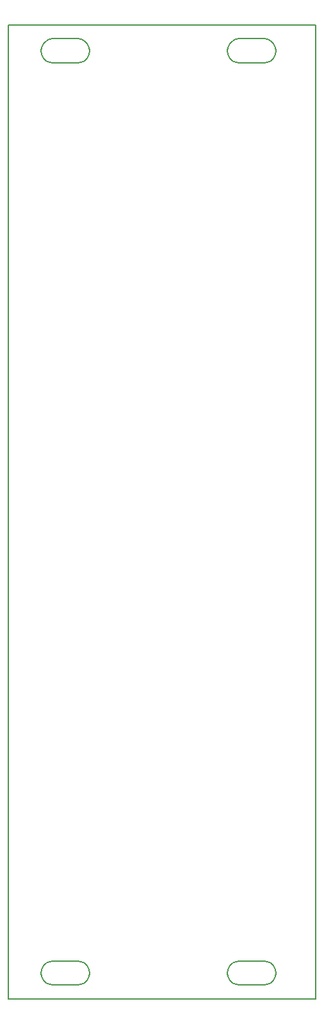
<source format=gbr>
G04 #@! TF.GenerationSoftware,KiCad,Pcbnew,5.0.2+dfsg1-1~bpo9+1*
G04 #@! TF.CreationDate,2019-11-20T21:54:31+01:00*
G04 #@! TF.ProjectId,eurobb,6575726f-6262-42e6-9b69-6361645f7063,rev?*
G04 #@! TF.SameCoordinates,Original*
G04 #@! TF.FileFunction,Profile,NP*
%FSLAX46Y46*%
G04 Gerber Fmt 4.6, Leading zero omitted, Abs format (unit mm)*
G04 Created by KiCad (PCBNEW 5.0.2+dfsg1-1~bpo9+1) date Wed 20 Nov 2019 09:54:31 PM CET*
%MOMM*%
%LPD*%
G01*
G04 APERTURE LIST*
%ADD10C,0.200000*%
G04 APERTURE END LIST*
D10*
X74865590Y-39921000D02*
X75360020Y-40000000D01*
X71665590Y-39921000D02*
X74865590Y-39921000D01*
X71171160Y-40000000D02*
X71665590Y-39921000D01*
X70725130Y-40227000D02*
X71171160Y-40000000D01*
X70371160Y-40581000D02*
X70725130Y-40227000D01*
X70143900Y-41027000D02*
X70371160Y-40581000D01*
X70065590Y-41522000D02*
X70143900Y-41027000D01*
X70143900Y-42016000D02*
X70065590Y-41522000D01*
X70371160Y-42462000D02*
X70143900Y-42016000D01*
X70725130Y-42816000D02*
X70371160Y-42462000D01*
X71171160Y-43043000D02*
X70725130Y-42816000D01*
X74865590Y-164796500D02*
X71665590Y-164796500D01*
X75360020Y-164718190D02*
X74865590Y-164796500D01*
X75806100Y-164490930D02*
X75360020Y-164718190D01*
X76160000Y-164136970D02*
X75806100Y-164490930D01*
X76387300Y-163690940D02*
X76160000Y-164136970D01*
X76465600Y-163196510D02*
X76387300Y-163690940D01*
X76387300Y-162702080D02*
X76465600Y-163196510D01*
X76160000Y-162256050D02*
X76387300Y-162702080D01*
X75806100Y-161902080D02*
X76160000Y-162256050D01*
X75360020Y-161674810D02*
X75806100Y-161902080D01*
X74865590Y-161596500D02*
X75360020Y-161674810D01*
X71665590Y-161596500D02*
X74865590Y-161596500D01*
X71171160Y-161674810D02*
X71665590Y-161596500D01*
X70725130Y-161902080D02*
X71171160Y-161674810D01*
X70371160Y-162256050D02*
X70725130Y-161902080D01*
X70143900Y-162702080D02*
X70371160Y-162256050D01*
X70065590Y-163196510D02*
X70143900Y-162702080D01*
X70143900Y-163690940D02*
X70065590Y-163196510D01*
X70371160Y-164136970D02*
X70143900Y-163690940D01*
X70725130Y-164490930D02*
X70371160Y-164136970D01*
X71171160Y-164718190D02*
X70725130Y-164490930D01*
X71665590Y-164796500D02*
X71171160Y-164718190D01*
X99505600Y-164796500D02*
X96305600Y-164796500D01*
X100000000Y-164718190D02*
X99505600Y-164796500D01*
X100446100Y-164490930D02*
X100000000Y-164718190D01*
X100800000Y-164136970D02*
X100446100Y-164490930D01*
X101027300Y-163690940D02*
X100800000Y-164136970D01*
X101105600Y-163196510D02*
X101027300Y-163690940D01*
X101027300Y-162702080D02*
X101105600Y-163196510D01*
X99505600Y-39921000D02*
X100000000Y-40000000D01*
X96305600Y-39921000D02*
X99505600Y-39921000D01*
X95811200Y-40000000D02*
X96305600Y-39921000D01*
X95365100Y-40227000D02*
X95811200Y-40000000D01*
X95011200Y-40581000D02*
X95365100Y-40227000D01*
X94783900Y-41027000D02*
X95011200Y-40581000D01*
X94705600Y-41522000D02*
X94783900Y-41027000D01*
X94783900Y-42016000D02*
X94705600Y-41522000D01*
X95011200Y-42462000D02*
X94783900Y-42016000D01*
X95365100Y-42816000D02*
X95011200Y-42462000D01*
X95811200Y-43043000D02*
X95365100Y-42816000D01*
X95811200Y-164718190D02*
X95365100Y-164490930D01*
X96305600Y-164796500D02*
X95811200Y-164718190D01*
X74865590Y-43121000D02*
X71665590Y-43121000D01*
X75360020Y-43043000D02*
X74865590Y-43121000D01*
X75806100Y-42816000D02*
X75360020Y-43043000D01*
X76160000Y-42462000D02*
X75806100Y-42816000D01*
X76387300Y-42016000D02*
X76160000Y-42462000D01*
X76465600Y-41522000D02*
X76387300Y-42016000D01*
X76387300Y-41027000D02*
X76465600Y-41522000D01*
X76160000Y-40581000D02*
X76387300Y-41027000D01*
X75806100Y-40227000D02*
X76160000Y-40581000D01*
X75360020Y-40000000D02*
X75806100Y-40227000D01*
X100800000Y-162256050D02*
X101027300Y-162702080D01*
X100446100Y-161902080D02*
X100800000Y-162256050D01*
X100000000Y-161674810D02*
X100446100Y-161902080D01*
X99505600Y-161596500D02*
X100000000Y-161674810D01*
X96305600Y-161596500D02*
X99505600Y-161596500D01*
X95811200Y-161674810D02*
X96305600Y-161596500D01*
X95365100Y-161902080D02*
X95811200Y-161674810D01*
X95011200Y-162256050D02*
X95365100Y-161902080D01*
X94783900Y-162702080D02*
X95011200Y-162256050D01*
X94705600Y-163196510D02*
X94783900Y-162702080D01*
X94783900Y-163690940D02*
X94705600Y-163196510D01*
X95011200Y-164136970D02*
X94783900Y-163690940D01*
X95365100Y-164490930D02*
X95011200Y-164136970D01*
X96305600Y-43121000D02*
X95811200Y-43043000D01*
X106405600Y-166609000D02*
X106405600Y-38109000D01*
X65765600Y-166609000D02*
X106405600Y-166609000D01*
X65765600Y-38109000D02*
X65765600Y-166609000D01*
X106405600Y-38109000D02*
X65765600Y-38109000D01*
X71665590Y-43121000D02*
X71171160Y-43043000D01*
X99505600Y-43121000D02*
X96305600Y-43121000D01*
X100000000Y-43043000D02*
X99505600Y-43121000D01*
X100446100Y-42816000D02*
X100000000Y-43043000D01*
X100800000Y-42462000D02*
X100446100Y-42816000D01*
X101027300Y-42016000D02*
X100800000Y-42462000D01*
X101105600Y-41522000D02*
X101027300Y-42016000D01*
X101027300Y-41027000D02*
X101105600Y-41522000D01*
X100800000Y-40581000D02*
X101027300Y-41027000D01*
X100446100Y-40227000D02*
X100800000Y-40581000D01*
X100000000Y-40000000D02*
X100446100Y-40227000D01*
M02*

</source>
